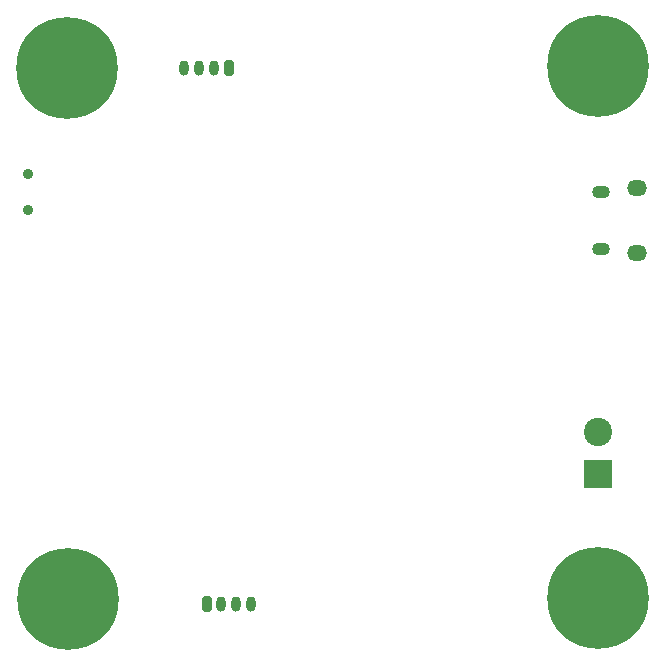
<source format=gbr>
%TF.GenerationSoftware,KiCad,Pcbnew,(5.99.0-7547-g7565f60a03)*%
%TF.CreationDate,2020-12-15T07:52:55+08:00*%
%TF.ProjectId,STM32F4_REV2,53544d33-3246-4345-9f52-4556322e6b69,rev?*%
%TF.SameCoordinates,Original*%
%TF.FileFunction,Soldermask,Bot*%
%TF.FilePolarity,Negative*%
%FSLAX46Y46*%
G04 Gerber Fmt 4.6, Leading zero omitted, Abs format (unit mm)*
G04 Created by KiCad (PCBNEW (5.99.0-7547-g7565f60a03)) date 2020-12-15 07:52:55*
%MOMM*%
%LPD*%
G01*
G04 APERTURE LIST*
G04 Aperture macros list*
%AMRoundRect*
0 Rectangle with rounded corners*
0 $1 Rounding radius*
0 $2 $3 $4 $5 $6 $7 $8 $9 X,Y pos of 4 corners*
0 Add a 4 corners polygon primitive as box body*
4,1,4,$2,$3,$4,$5,$6,$7,$8,$9,$2,$3,0*
0 Add four circle primitives for the rounded corners*
1,1,$1+$1,$2,$3,0*
1,1,$1+$1,$4,$5,0*
1,1,$1+$1,$6,$7,0*
1,1,$1+$1,$8,$9,0*
0 Add four rect primitives between the rounded corners*
20,1,$1+$1,$2,$3,$4,$5,0*
20,1,$1+$1,$4,$5,$6,$7,0*
20,1,$1+$1,$6,$7,$8,$9,0*
20,1,$1+$1,$8,$9,$2,$3,0*%
G04 Aperture macros list end*
%ADD10O,1.700000X1.350000*%
%ADD11O,1.500000X1.100000*%
%ADD12R,2.400000X2.400000*%
%ADD13C,2.400000*%
%ADD14C,0.900000*%
%ADD15RoundRect,0.200000X0.200000X0.450000X-0.200000X0.450000X-0.200000X-0.450000X0.200000X-0.450000X0*%
%ADD16O,0.800000X1.300000*%
%ADD17C,8.600000*%
%ADD18RoundRect,0.200000X-0.200000X-0.450000X0.200000X-0.450000X0.200000X0.450000X-0.200000X0.450000X0*%
G04 APERTURE END LIST*
D10*
%TO.C,J5*%
X138475000Y-81425000D03*
D11*
X135475000Y-81735000D03*
D10*
X138475000Y-86885000D03*
D11*
X135475000Y-86575000D03*
%TD*%
D12*
%TO.C,J1*%
X135150000Y-105620000D03*
D13*
X135150000Y-102120000D03*
%TD*%
D14*
%TO.C,SW1*%
X86920000Y-80250000D03*
X86920000Y-83250000D03*
%TD*%
D15*
%TO.C,J3*%
X103925000Y-71225000D03*
D16*
X102675000Y-71225000D03*
X101425000Y-71225000D03*
X100175000Y-71225000D03*
%TD*%
D14*
%TO.C,H2*%
X132919581Y-73390419D03*
X135200000Y-74335000D03*
X138425000Y-71110000D03*
X137480419Y-68829581D03*
D17*
X135200000Y-71110000D03*
D14*
X132919581Y-68829581D03*
X135200000Y-67885000D03*
X131975000Y-71110000D03*
X137480419Y-73390419D03*
%TD*%
%TO.C,H4*%
X90200000Y-74475000D03*
X92480419Y-73530419D03*
X86975000Y-71250000D03*
X87919581Y-68969581D03*
X87919581Y-73530419D03*
X90200000Y-68025000D03*
X93425000Y-71250000D03*
X92480419Y-68969581D03*
D17*
X90200000Y-71250000D03*
%TD*%
D18*
%TO.C,J4*%
X102050000Y-116650000D03*
D16*
X103300000Y-116650000D03*
X104550000Y-116650000D03*
X105800000Y-116650000D03*
%TD*%
D14*
%TO.C,H1*%
X93575000Y-116250000D03*
X92630419Y-118530419D03*
X92630419Y-113969581D03*
X90350000Y-113025000D03*
X87125000Y-116250000D03*
X90350000Y-119475000D03*
X88069581Y-113969581D03*
D17*
X90350000Y-116250000D03*
D14*
X88069581Y-118530419D03*
%TD*%
%TO.C,H3*%
X132869581Y-113819581D03*
X135150000Y-112875000D03*
X135150000Y-119325000D03*
X137430419Y-113819581D03*
X131925000Y-116100000D03*
D17*
X135150000Y-116100000D03*
D14*
X132869581Y-118380419D03*
X137430419Y-118380419D03*
X138375000Y-116100000D03*
%TD*%
M02*

</source>
